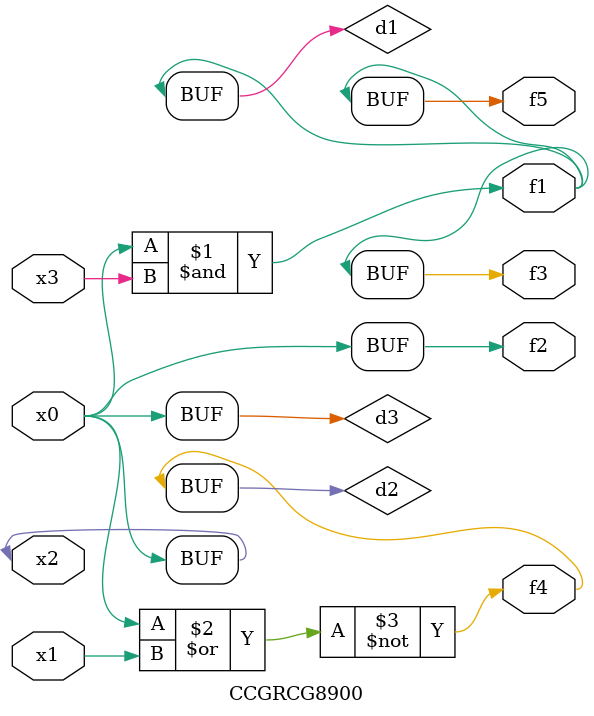
<source format=v>
module CCGRCG8900(
	input x0, x1, x2, x3,
	output f1, f2, f3, f4, f5
);

	wire d1, d2, d3;

	and (d1, x2, x3);
	nor (d2, x0, x1);
	buf (d3, x0, x2);
	assign f1 = d1;
	assign f2 = d3;
	assign f3 = d1;
	assign f4 = d2;
	assign f5 = d1;
endmodule

</source>
